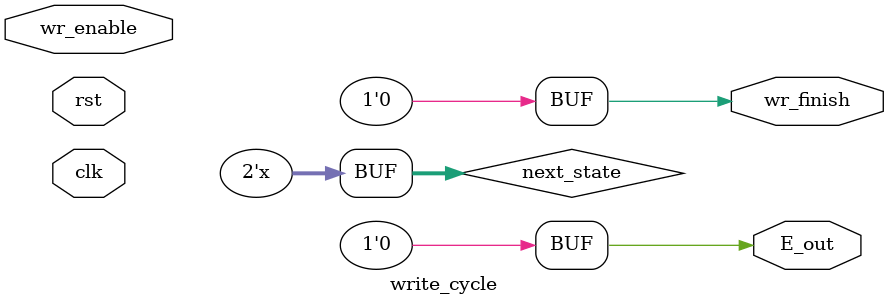
<source format=v>
`timescale 1ns / 1ps
module write_cycle(
	input clk,
	input rst,
    input wr_enable,
    output reg wr_finish,
    output reg E_out
    );
	 
reg [1:0] state, next_state;
localparam idle = 2'b0, init = 2'b01, Eout = 2'b10, endwr = 2'b11;	 
always @(posedge clk, posedge rst)
	if(rst)
		state <= idle;
	else
		state <= next_state;
		
	
always @* begin
	wr_finish <= 1'b0;
	E_out <= 1'b0;
			
	case(state)
		idle: // idle
			if(wr_enable)
				next_state = init;
			else
				next_state = idle;
		init: // init
			begin
				E_out <= 1'b1;
				next_state <= Eout;
			end
		Eout: // Eout 
			begin
				E_out <= 1'b1;
				next_state <= endwr;
			end
		endwr: // endwr
			begin
				wr_finish <= 1'b1;
				state <= idle;
			end
	endcase
end
	

endmodule

</source>
